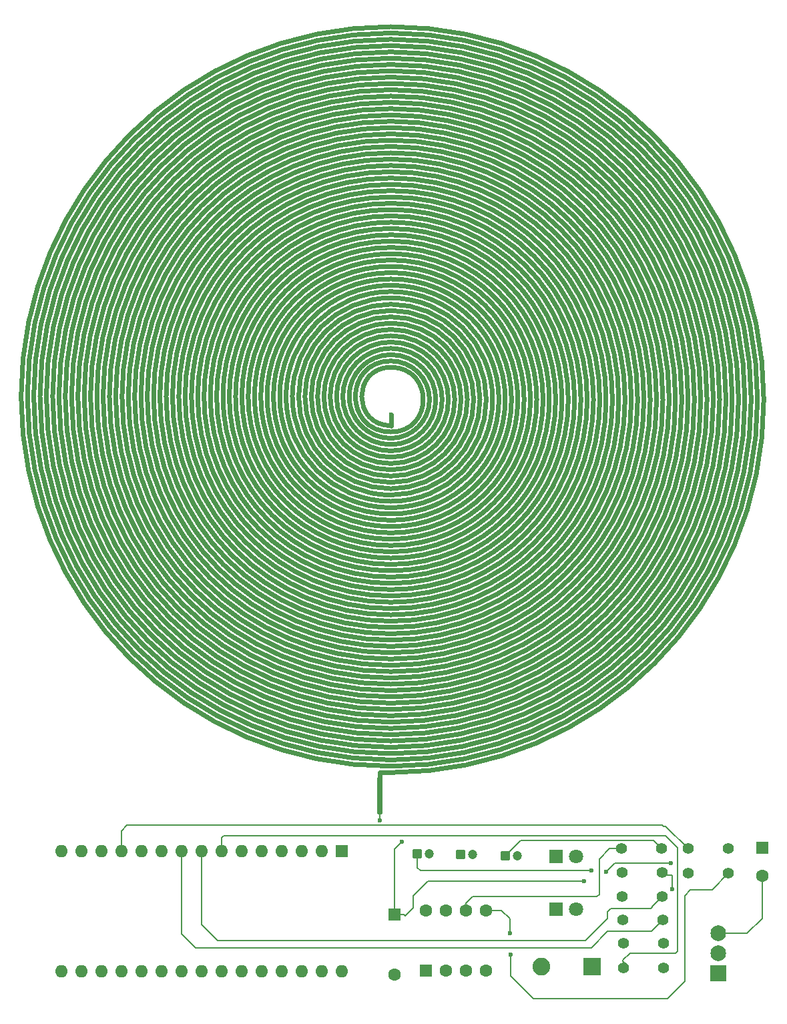
<source format=gbr>
%TF.GenerationSoftware,KiCad,Pcbnew,9.0.7*%
%TF.CreationDate,2026-01-18T12:08:03+01:00*%
%TF.ProjectId,Generator,47656e65-7261-4746-9f72-2e6b69636164,rev?*%
%TF.SameCoordinates,Original*%
%TF.FileFunction,Copper,L2,Bot*%
%TF.FilePolarity,Positive*%
%FSLAX46Y46*%
G04 Gerber Fmt 4.6, Leading zero omitted, Abs format (unit mm)*
G04 Created by KiCad (PCBNEW 9.0.7) date 2026-01-18 12:08:03*
%MOMM*%
%LPD*%
G01*
G04 APERTURE LIST*
G04 Aperture macros list*
%AMRoundRect*
0 Rectangle with rounded corners*
0 $1 Rounding radius*
0 $2 $3 $4 $5 $6 $7 $8 $9 X,Y pos of 4 corners*
0 Add a 4 corners polygon primitive as box body*
4,1,4,$2,$3,$4,$5,$6,$7,$8,$9,$2,$3,0*
0 Add four circle primitives for the rounded corners*
1,1,$1+$1,$2,$3*
1,1,$1+$1,$4,$5*
1,1,$1+$1,$6,$7*
1,1,$1+$1,$8,$9*
0 Add four rect primitives between the rounded corners*
20,1,$1+$1,$2,$3,$4,$5,0*
20,1,$1+$1,$4,$5,$6,$7,0*
20,1,$1+$1,$6,$7,$8,$9,0*
20,1,$1+$1,$8,$9,$2,$3,0*%
G04 Aperture macros list end*
%TA.AperFunction,EtchedComponent*%
%ADD10C,0.600000*%
%TD*%
%TA.AperFunction,ComponentPad*%
%ADD11C,0.600000*%
%TD*%
%TA.AperFunction,SMDPad,CuDef*%
%ADD12RoundRect,0.150000X-0.150000X2.250000X-0.150000X-2.250000X0.150000X-2.250000X0.150000X2.250000X0*%
%TD*%
%TA.AperFunction,ComponentPad*%
%ADD13RoundRect,0.250000X-0.550000X0.550000X-0.550000X-0.550000X0.550000X-0.550000X0.550000X0.550000X0*%
%TD*%
%TA.AperFunction,ComponentPad*%
%ADD14C,1.600000*%
%TD*%
%TA.AperFunction,ComponentPad*%
%ADD15R,1.600000X1.600000*%
%TD*%
%TA.AperFunction,ComponentPad*%
%ADD16O,1.600000X1.600000*%
%TD*%
%TA.AperFunction,ComponentPad*%
%ADD17C,1.400000*%
%TD*%
%TA.AperFunction,ComponentPad*%
%ADD18R,1.800000X1.800000*%
%TD*%
%TA.AperFunction,ComponentPad*%
%ADD19C,1.800000*%
%TD*%
%TA.AperFunction,ComponentPad*%
%ADD20RoundRect,0.250000X-0.350000X-0.350000X0.350000X-0.350000X0.350000X0.350000X-0.350000X0.350000X0*%
%TD*%
%TA.AperFunction,ComponentPad*%
%ADD21C,1.200000*%
%TD*%
%TA.AperFunction,ComponentPad*%
%ADD22RoundRect,0.250000X0.550000X-0.550000X0.550000X0.550000X-0.550000X0.550000X-0.550000X-0.550000X0*%
%TD*%
%TA.AperFunction,ComponentPad*%
%ADD23R,2.250000X2.250000*%
%TD*%
%TA.AperFunction,ComponentPad*%
%ADD24C,2.250000*%
%TD*%
%TA.AperFunction,ComponentPad*%
%ADD25R,1.995000X1.995000*%
%TD*%
%TA.AperFunction,ComponentPad*%
%ADD26C,1.995000*%
%TD*%
%TA.AperFunction,ViaPad*%
%ADD27C,0.600000*%
%TD*%
%TA.AperFunction,Conductor*%
%ADD28C,0.200000*%
%TD*%
G04 APERTURE END LIST*
D10*
%TO.C,L1*%
X98500000Y-128900000D02*
X98500000Y-130000000D01*
X99900000Y-84900000D02*
X99900000Y-83500000D01*
X99900000Y-128900000D02*
X98500000Y-128900000D01*
X99900000Y-34300000D02*
G75*
G02*
X99900000Y-128900000I0J-47300000D01*
G01*
X99900000Y-35100000D02*
G75*
G02*
X99900000Y-128100000I0J-46500000D01*
G01*
X99900000Y-35900000D02*
G75*
G02*
X99900000Y-127300000I0J-45700000D01*
G01*
X99900000Y-36700000D02*
G75*
G02*
X99900000Y-126500000I0J-44900000D01*
G01*
X99900000Y-37500000D02*
G75*
G02*
X99900000Y-125700000I0J-44100000D01*
G01*
X99900000Y-38300000D02*
G75*
G02*
X99900000Y-124900000I0J-43300000D01*
G01*
X99900000Y-39100000D02*
G75*
G02*
X99900000Y-124100000I0J-42500000D01*
G01*
X99900000Y-39900000D02*
G75*
G02*
X99900000Y-123300000I0J-41700000D01*
G01*
X99900000Y-40700000D02*
G75*
G02*
X99900000Y-122500000I0J-40900000D01*
G01*
X99900000Y-41500000D02*
G75*
G02*
X99900000Y-121700000I0J-40100000D01*
G01*
X99900000Y-42300000D02*
G75*
G02*
X99900000Y-120900000I0J-39300000D01*
G01*
X99900000Y-43100000D02*
G75*
G02*
X99900000Y-120100000I0J-38500000D01*
G01*
X99900000Y-43900000D02*
G75*
G02*
X99900000Y-119300000I0J-37700000D01*
G01*
X99900000Y-44700000D02*
G75*
G02*
X99900000Y-118500000I0J-36900000D01*
G01*
X99900000Y-45500000D02*
G75*
G02*
X99900000Y-117700000I0J-36100000D01*
G01*
X99900000Y-46300000D02*
G75*
G02*
X99900000Y-116900000I0J-35300000D01*
G01*
X99900000Y-47100000D02*
G75*
G02*
X99900000Y-116100000I0J-34500000D01*
G01*
X99900000Y-47900000D02*
G75*
G02*
X99900000Y-115300000I0J-33700000D01*
G01*
X99900000Y-48700000D02*
G75*
G02*
X99900000Y-114500000I0J-32900000D01*
G01*
X99900000Y-49500000D02*
G75*
G02*
X99900000Y-113700000I0J-32100000D01*
G01*
X99900000Y-50300000D02*
G75*
G02*
X99900000Y-112900000I0J-31300000D01*
G01*
X99900000Y-51100000D02*
G75*
G02*
X99900000Y-112100000I0J-30500000D01*
G01*
X99900000Y-51900000D02*
G75*
G02*
X99900000Y-111300000I0J-29700000D01*
G01*
X99900000Y-52700000D02*
G75*
G02*
X99900000Y-110500000I0J-28900000D01*
G01*
X99900000Y-53500000D02*
G75*
G02*
X99900000Y-109700000I0J-28100000D01*
G01*
X99900000Y-54300000D02*
G75*
G02*
X99900000Y-108900000I0J-27300000D01*
G01*
X99900000Y-55100000D02*
G75*
G02*
X99900000Y-108100000I0J-26500000D01*
G01*
X99900000Y-55900000D02*
G75*
G02*
X99900000Y-107300000I0J-25700000D01*
G01*
X99900000Y-56700000D02*
G75*
G02*
X99900000Y-106500000I0J-24900000D01*
G01*
X99900000Y-57500000D02*
G75*
G02*
X99900000Y-105700000I0J-24100000D01*
G01*
X99900000Y-58300000D02*
G75*
G02*
X99900000Y-104900000I0J-23300000D01*
G01*
X99900000Y-59100000D02*
G75*
G02*
X99900000Y-104100000I0J-22500000D01*
G01*
X99900000Y-59900000D02*
G75*
G02*
X99900000Y-103300000I0J-21700000D01*
G01*
X99900000Y-60700000D02*
G75*
G02*
X99900000Y-102500000I0J-20900000D01*
G01*
X99900000Y-61500000D02*
G75*
G02*
X99900000Y-101700000I0J-20100000D01*
G01*
X99900000Y-62300000D02*
G75*
G02*
X99900000Y-100900000I0J-19300000D01*
G01*
X99900000Y-63100000D02*
G75*
G02*
X99900000Y-100100000I0J-18500000D01*
G01*
X99900000Y-63900000D02*
G75*
G02*
X99900000Y-99300000I0J-17700000D01*
G01*
X99900000Y-64700000D02*
G75*
G02*
X99900000Y-98500000I0J-16900000D01*
G01*
X99900000Y-65500000D02*
G75*
G02*
X99900000Y-97700000I0J-16100000D01*
G01*
X99900000Y-66300000D02*
G75*
G02*
X99900000Y-96900000I0J-15300000D01*
G01*
X99900000Y-67100000D02*
G75*
G02*
X99900000Y-96100000I0J-14500000D01*
G01*
X99900000Y-67900000D02*
G75*
G02*
X99900000Y-95300000I0J-13700000D01*
G01*
X99900000Y-68700000D02*
G75*
G02*
X99900000Y-94500000I0J-12900000D01*
G01*
X99900000Y-69500000D02*
G75*
G02*
X99900000Y-93700000I0J-12100000D01*
G01*
X99900000Y-70300000D02*
G75*
G02*
X99900000Y-92900000I0J-11300000D01*
G01*
X99900000Y-71100000D02*
G75*
G02*
X99900000Y-92100000I0J-10500000D01*
G01*
X99900000Y-71900000D02*
G75*
G02*
X99900000Y-91300000I0J-9700000D01*
G01*
X99900000Y-72700000D02*
G75*
G02*
X99900000Y-90500000I0J-8900000D01*
G01*
X99900000Y-73500000D02*
G75*
G02*
X99900000Y-89700000I0J-8100000D01*
G01*
X99900000Y-74300000D02*
G75*
G02*
X99900000Y-88900000I0J-7300000D01*
G01*
X99900000Y-75100000D02*
G75*
G02*
X99900000Y-88100000I0J-6500000D01*
G01*
X99900000Y-75900000D02*
G75*
G02*
X99900000Y-87300000I0J-5700000D01*
G01*
X99900000Y-76700000D02*
G75*
G02*
X99900000Y-86500000I0J-4900000D01*
G01*
X99900000Y-77500000D02*
G75*
G02*
X99900000Y-85700000I0J-4100000D01*
G01*
X99900000Y-84900000D02*
G75*
G02*
X99900000Y-77500000I0J3700000D01*
G01*
X99900000Y-85700000D02*
G75*
G02*
X99900000Y-76700000I0J4500000D01*
G01*
X99900000Y-86500000D02*
G75*
G02*
X99900000Y-75900000I0J5300000D01*
G01*
X99900000Y-87300000D02*
G75*
G02*
X99900000Y-75100000I0J6100000D01*
G01*
X99900000Y-88100000D02*
G75*
G02*
X99900000Y-74300000I0J6900000D01*
G01*
X99900000Y-88900000D02*
G75*
G02*
X99900000Y-73500000I0J7700000D01*
G01*
X99900000Y-89700000D02*
G75*
G02*
X99900000Y-72700000I0J8500000D01*
G01*
X99900000Y-90500000D02*
G75*
G02*
X99900000Y-71900000I0J9300000D01*
G01*
X99900000Y-91300000D02*
G75*
G02*
X99900000Y-71100000I0J10100000D01*
G01*
X99900000Y-92100000D02*
G75*
G02*
X99900000Y-70300000I0J10900000D01*
G01*
X99900000Y-92900000D02*
G75*
G02*
X99900000Y-69500000I0J11700000D01*
G01*
X99900000Y-93700000D02*
G75*
G02*
X99900000Y-68700000I0J12500000D01*
G01*
X99900000Y-94500000D02*
G75*
G02*
X99900000Y-67900000I0J13300000D01*
G01*
X99900000Y-95300000D02*
G75*
G02*
X99900000Y-67100000I0J14100000D01*
G01*
X99900000Y-96100000D02*
G75*
G02*
X99900000Y-66300000I0J14900000D01*
G01*
X99900000Y-96900000D02*
G75*
G02*
X99900000Y-65500000I0J15700000D01*
G01*
X99900000Y-97700000D02*
G75*
G02*
X99900000Y-64700000I0J16500000D01*
G01*
X99900000Y-98500000D02*
G75*
G02*
X99900000Y-63900000I0J17300000D01*
G01*
X99900000Y-99300000D02*
G75*
G02*
X99900000Y-63100000I0J18100000D01*
G01*
X99900000Y-100100000D02*
G75*
G02*
X99900000Y-62300000I0J18900000D01*
G01*
X99900000Y-100900000D02*
G75*
G02*
X99900000Y-61500000I0J19700000D01*
G01*
X99900000Y-101700000D02*
G75*
G02*
X99900000Y-60700000I0J20500000D01*
G01*
X99900000Y-102500000D02*
G75*
G02*
X99900000Y-59900000I0J21300000D01*
G01*
X99900000Y-103300000D02*
G75*
G02*
X99900000Y-59100000I0J22100000D01*
G01*
X99900000Y-104100000D02*
G75*
G02*
X99900000Y-58300000I0J22900000D01*
G01*
X99900000Y-104900000D02*
G75*
G02*
X99900000Y-57500000I0J23700000D01*
G01*
X99900000Y-105700000D02*
G75*
G02*
X99900000Y-56700000I0J24500000D01*
G01*
X99900000Y-106500000D02*
G75*
G02*
X99900000Y-55900000I0J25300000D01*
G01*
X99900000Y-107300000D02*
G75*
G02*
X99900000Y-55100000I0J26100000D01*
G01*
X99900000Y-108100000D02*
G75*
G02*
X99900000Y-54300000I0J26900000D01*
G01*
X99900000Y-108900000D02*
G75*
G02*
X99900000Y-53500000I0J27700000D01*
G01*
X99900000Y-109700000D02*
G75*
G02*
X99900000Y-52700000I0J28500000D01*
G01*
X99900000Y-110500000D02*
G75*
G02*
X99900000Y-51900000I0J29300000D01*
G01*
X99900000Y-111300000D02*
G75*
G02*
X99900000Y-51100000I0J30100000D01*
G01*
X99900000Y-112100000D02*
G75*
G02*
X99900000Y-50300000I0J30900000D01*
G01*
X99900000Y-112900000D02*
G75*
G02*
X99900000Y-49500000I0J31700000D01*
G01*
X99900000Y-113700000D02*
G75*
G02*
X99900000Y-48700000I0J32500000D01*
G01*
X99900000Y-114500000D02*
G75*
G02*
X99900000Y-47900000I0J33300000D01*
G01*
X99900000Y-115300000D02*
G75*
G02*
X99900000Y-47100000I0J34100000D01*
G01*
X99900000Y-116100000D02*
G75*
G02*
X99900000Y-46300000I0J34900000D01*
G01*
X99900000Y-116900000D02*
G75*
G02*
X99900000Y-45500000I0J35700000D01*
G01*
X99900000Y-117700000D02*
G75*
G02*
X99900000Y-44700000I0J36500000D01*
G01*
X99900000Y-118500000D02*
G75*
G02*
X99900000Y-43900000I0J37300000D01*
G01*
X99900000Y-119300000D02*
G75*
G02*
X99900000Y-43100000I0J38100000D01*
G01*
X99900000Y-120100000D02*
G75*
G02*
X99900000Y-42300000I0J38900000D01*
G01*
X99900000Y-120900000D02*
G75*
G02*
X99900000Y-41500000I0J39700000D01*
G01*
X99900000Y-121700000D02*
G75*
G02*
X99900000Y-40700000I0J40500000D01*
G01*
X99900000Y-122500000D02*
G75*
G02*
X99900000Y-39900000I0J41300000D01*
G01*
X99900000Y-123300000D02*
G75*
G02*
X99900000Y-39100000I0J42100000D01*
G01*
X99900000Y-124100000D02*
G75*
G02*
X99900000Y-38300000I0J42900000D01*
G01*
X99900000Y-124900000D02*
G75*
G02*
X99900000Y-37500000I0J43700000D01*
G01*
X99900000Y-125700000D02*
G75*
G02*
X99900000Y-36700000I0J44500000D01*
G01*
X99900000Y-126500000D02*
G75*
G02*
X99900000Y-35900000I0J45300000D01*
G01*
X99900000Y-127300000D02*
G75*
G02*
X99900000Y-35100000I0J46100000D01*
G01*
X99900000Y-128100000D02*
G75*
G02*
X99900000Y-34300000I0J46900000D01*
G01*
%TD*%
D11*
%TO.P,L1,0*%
%TO.N,N/C*%
X99900000Y-83500000D03*
D12*
%TO.P,L1,2,2*%
%TO.N,+5V*%
X98500000Y-131800000D03*
%TD*%
D13*
%TO.P,J1,1,Pin_1*%
%TO.N,+5V*%
X147000000Y-138400000D03*
D14*
%TO.P,J1,2,Pin_2*%
%TO.N,GND*%
X147000000Y-142000000D03*
%TD*%
D15*
%TO.P,A1,1,D1/TX*%
%TO.N,unconnected-(A1-D1{slash}TX-Pad1)*%
X93680000Y-138900000D03*
D16*
%TO.P,A1,2,D0/RX*%
%TO.N,unconnected-(A1-D0{slash}RX-Pad2)*%
X91140000Y-138900000D03*
%TO.P,A1,3,~{RESET}*%
%TO.N,unconnected-(A1-~{RESET}-Pad3)*%
X88600000Y-138900000D03*
%TO.P,A1,4,GND*%
%TO.N,unconnected-(A1-GND-Pad4)*%
X86060000Y-138900000D03*
%TO.P,A1,5,D2*%
%TO.N,unconnected-(A1-D2-Pad5)*%
X83520000Y-138900000D03*
%TO.P,A1,6,D3*%
%TO.N,unconnected-(A1-D3-Pad6)*%
X80980000Y-138900000D03*
%TO.P,A1,7,D4*%
%TO.N,Net-(A1-D4)*%
X78440000Y-138900000D03*
%TO.P,A1,8,D5*%
%TO.N,Net-(A1-D5)*%
X75900000Y-138900000D03*
%TO.P,A1,9,D6*%
%TO.N,Net-(A1-D6)*%
X73360000Y-138900000D03*
%TO.P,A1,10,D7*%
%TO.N,unconnected-(A1-D7-Pad10)*%
X70820000Y-138900000D03*
%TO.P,A1,11,D8*%
%TO.N,unconnected-(A1-D8-Pad11)*%
X68280000Y-138900000D03*
%TO.P,A1,12,D9*%
%TO.N,Net-(A1-D9)*%
X65740000Y-138900000D03*
%TO.P,A1,13,D10*%
%TO.N,unconnected-(A1-D10-Pad13)*%
X63200000Y-138900000D03*
%TO.P,A1,14,D11*%
%TO.N,unconnected-(A1-D11-Pad14)*%
X60660000Y-138900000D03*
%TO.P,A1,15,D12*%
%TO.N,unconnected-(A1-D12-Pad15)*%
X58120000Y-138900000D03*
%TO.P,A1,16,D13*%
%TO.N,unconnected-(A1-D13-Pad16)*%
X58120000Y-154140000D03*
%TO.P,A1,17,3V3*%
%TO.N,unconnected-(A1-3V3-Pad17)*%
X60660000Y-154140000D03*
%TO.P,A1,18,AREF*%
%TO.N,unconnected-(A1-AREF-Pad18)*%
X63200000Y-154140000D03*
%TO.P,A1,19,A0*%
%TO.N,unconnected-(A1-A0-Pad19)*%
X65740000Y-154140000D03*
%TO.P,A1,20,A1*%
%TO.N,unconnected-(A1-A1-Pad20)*%
X68280000Y-154140000D03*
%TO.P,A1,21,A2*%
%TO.N,unconnected-(A1-A2-Pad21)*%
X70820000Y-154140000D03*
%TO.P,A1,22,A3*%
%TO.N,unconnected-(A1-A3-Pad22)*%
X73360000Y-154140000D03*
%TO.P,A1,23,A4*%
%TO.N,unconnected-(A1-A4-Pad23)*%
X75900000Y-154140000D03*
%TO.P,A1,24,A5*%
%TO.N,unconnected-(A1-A5-Pad24)*%
X78440000Y-154140000D03*
%TO.P,A1,25,A6*%
%TO.N,unconnected-(A1-A6-Pad25)*%
X80980000Y-154140000D03*
%TO.P,A1,26,A7*%
%TO.N,unconnected-(A1-A7-Pad26)*%
X83520000Y-154140000D03*
%TO.P,A1,27,+5V*%
%TO.N,+5V*%
X86060000Y-154140000D03*
%TO.P,A1,28,~{RESET}*%
%TO.N,unconnected-(A1-~{RESET}-Pad28)*%
X88600000Y-154140000D03*
%TO.P,A1,29,GND*%
%TO.N,GND*%
X91140000Y-154140000D03*
%TO.P,A1,30,VIN*%
%TO.N,unconnected-(A1-VIN-Pad30)*%
X93680000Y-154140000D03*
%TD*%
D17*
%TO.P,R2,1*%
%TO.N,Net-(Q1-Pad2)*%
X134300000Y-141600000D03*
%TO.P,R2,2*%
%TO.N,Net-(D3-A)*%
X129220000Y-141600000D03*
%TD*%
D18*
%TO.P,D2,1,K*%
%TO.N,GND*%
X120810000Y-146250000D03*
D19*
%TO.P,D2,2,A*%
%TO.N,Net-(D2-A)*%
X123350000Y-146250000D03*
%TD*%
D17*
%TO.P,R5,1*%
%TO.N,Net-(D2-A)*%
X129320000Y-147600000D03*
%TO.P,R5,2*%
%TO.N,Net-(A1-D6)*%
X134400000Y-147600000D03*
%TD*%
%TO.P,R8,1*%
%TO.N,Net-(R8-Pad1)*%
X134490000Y-153650000D03*
%TO.P,R8,2*%
%TO.N,Net-(A1-D4)*%
X129410000Y-153650000D03*
%TD*%
%TO.P,R3,1*%
%TO.N,Net-(U1B-+)*%
X142700000Y-141700000D03*
%TO.P,R3,2*%
%TO.N,Net-(C3-Pad1)*%
X137620000Y-141700000D03*
%TD*%
D20*
%TO.P,C1,1*%
%TO.N,Net-(C1-Pad1)*%
X114450000Y-139450000D03*
D21*
%TO.P,C1,2*%
%TO.N,GND*%
X115950000Y-139450000D03*
%TD*%
D17*
%TO.P,R6,1*%
%TO.N,GND*%
X134450000Y-150550000D03*
%TO.P,R6,2*%
%TO.N,Net-(A1-D4)*%
X129370000Y-150550000D03*
%TD*%
%TO.P,R7,1*%
%TO.N,Net-(C3-Pad1)*%
X142700000Y-138550000D03*
%TO.P,R7,2*%
%TO.N,Net-(A1-D9)*%
X137620000Y-138550000D03*
%TD*%
D18*
%TO.P,D1,1,K*%
%TO.N,GND*%
X120810000Y-139500000D03*
D19*
%TO.P,D1,2,A*%
%TO.N,Net-(D1-A)*%
X123350000Y-139500000D03*
%TD*%
D22*
%TO.P,U1,1*%
%TO.N,unconnected-(U1-Pad1)*%
X104330000Y-154000000D03*
D14*
%TO.P,U1,2,-*%
%TO.N,unconnected-(U1A---Pad2)*%
X106870000Y-154000000D03*
%TO.P,U1,3,+*%
%TO.N,unconnected-(U1A-+-Pad3)*%
X109410000Y-154000000D03*
%TO.P,U1,4,V-*%
%TO.N,GND*%
X111950000Y-154000000D03*
%TO.P,U1,5,+*%
%TO.N,Net-(U1B-+)*%
X111950000Y-146380000D03*
%TO.P,U1,6,-*%
%TO.N,Net-(U1B--)*%
X109410000Y-146380000D03*
%TO.P,U1,7*%
X106870000Y-146380000D03*
%TO.P,U1,8,V+*%
%TO.N,+5V*%
X104330000Y-146380000D03*
%TD*%
D20*
%TO.P,C3,1*%
%TO.N,Net-(C3-Pad1)*%
X103250000Y-139200000D03*
D21*
%TO.P,C3,2*%
%TO.N,GND*%
X104750000Y-139200000D03*
%TD*%
D17*
%TO.P,R4,1*%
%TO.N,Net-(D1-A)*%
X129220000Y-144600000D03*
%TO.P,R4,2*%
%TO.N,Net-(A1-D5)*%
X134300000Y-144600000D03*
%TD*%
D23*
%TO.P,SW1,1,1*%
%TO.N,Net-(R8-Pad1)*%
X125450000Y-153500000D03*
D24*
%TO.P,SW1,2,2*%
%TO.N,+5V*%
X118950000Y-153500000D03*
%TD*%
D25*
%TO.P,Q1,1*%
%TO.N,Net-(C1-Pad1)*%
X141450000Y-154380000D03*
D26*
%TO.P,Q1,2*%
%TO.N,Net-(Q1-Pad2)*%
X141450000Y-151840000D03*
%TO.P,Q1,3*%
%TO.N,GND*%
X141450000Y-149300000D03*
%TD*%
D17*
%TO.P,R1,1*%
%TO.N,Net-(C1-Pad1)*%
X134240000Y-138550000D03*
%TO.P,R1,2*%
%TO.N,Net-(U1B--)*%
X129160000Y-138550000D03*
%TD*%
D20*
%TO.P,C2,1*%
%TO.N,Net-(U1B-+)*%
X108750000Y-139300000D03*
D21*
%TO.P,C2,2*%
%TO.N,GND*%
X110250000Y-139300000D03*
%TD*%
D13*
%TO.P,D3,1,A*%
%TO.N,Net-(D3-A)*%
X100350000Y-146930000D03*
D14*
%TO.P,D3,2,K*%
%TO.N,+5V*%
X100350000Y-154550000D03*
%TD*%
D27*
%TO.N,+5V*%
X98500000Y-134950000D03*
%TO.N,Net-(U1B-+)*%
X115050000Y-151950000D03*
X115000000Y-149250000D03*
%TO.N,Net-(C3-Pad1)*%
X127200000Y-141450000D03*
X125350000Y-141350000D03*
X135400000Y-140350000D03*
%TO.N,Net-(D3-A)*%
X101300000Y-137650000D03*
X124400000Y-142650000D03*
%TO.N,Net-(Q1-Pad2)*%
X135600000Y-143650000D03*
%TD*%
D28*
%TO.N,GND*%
X145100000Y-149300000D02*
X141450000Y-149300000D01*
X147000000Y-142000000D02*
X147000000Y-147400000D01*
X147000000Y-147400000D02*
X145100000Y-149300000D01*
%TO.N,+5V*%
X98500000Y-134950000D02*
X98500000Y-131900000D01*
%TO.N,Net-(A1-D6)*%
X75150000Y-151150000D02*
X125300000Y-151150000D01*
X73360000Y-149360000D02*
X75150000Y-151150000D01*
X132950000Y-149050000D02*
X134400000Y-147600000D01*
X73360000Y-138900000D02*
X73360000Y-149360000D01*
X125300000Y-151150000D02*
X127400000Y-149050000D01*
X127400000Y-149050000D02*
X132950000Y-149050000D01*
%TO.N,Net-(A1-D4)*%
X78440000Y-138900000D02*
X78440000Y-137160000D01*
X129700000Y-153200000D02*
X129700000Y-153360000D01*
X130250000Y-151800000D02*
X129350000Y-152700000D01*
X136250000Y-138450000D02*
X136250000Y-151550000D01*
X136000000Y-151800000D02*
X130250000Y-151800000D01*
X134700000Y-136900000D02*
X136250000Y-138450000D01*
X129350000Y-152850000D02*
X129700000Y-153200000D01*
X136250000Y-151550000D02*
X136000000Y-151800000D01*
X129350000Y-152700000D02*
X129350000Y-152850000D01*
X129700000Y-153360000D02*
X129410000Y-153650000D01*
X78700000Y-136900000D02*
X134700000Y-136900000D01*
X78440000Y-137160000D02*
X78700000Y-136900000D01*
%TO.N,Net-(A1-D9)*%
X134450000Y-135700000D02*
X134770000Y-135700000D01*
X65740000Y-138900000D02*
X65740000Y-136310000D01*
X66450000Y-135600000D02*
X134350000Y-135600000D01*
X134770000Y-135700000D02*
X137620000Y-138550000D01*
X134350000Y-135600000D02*
X134450000Y-135700000D01*
X65740000Y-136310000D02*
X66450000Y-135600000D01*
%TO.N,Net-(A1-D5)*%
X132850000Y-146150000D02*
X133000000Y-146000000D01*
X127750000Y-146150000D02*
X132850000Y-146150000D01*
X133000000Y-146000000D02*
X133000000Y-145900000D01*
X77900000Y-150200000D02*
X124550000Y-150200000D01*
X133000000Y-145900000D02*
X134300000Y-144600000D01*
X127350000Y-146550000D02*
X127750000Y-146150000D01*
X124550000Y-150200000D02*
X127350000Y-147400000D01*
X75900000Y-148200000D02*
X77900000Y-150200000D01*
X75900000Y-138900000D02*
X75900000Y-148200000D01*
X127350000Y-147400000D02*
X127350000Y-146550000D01*
%TO.N,Net-(C1-Pad1)*%
X114450000Y-139450000D02*
X116351000Y-137549000D01*
X116351000Y-137549000D02*
X133239000Y-137549000D01*
X133239000Y-137549000D02*
X134240000Y-138550000D01*
%TO.N,Net-(U1B-+)*%
X115000000Y-147450000D02*
X113930000Y-146380000D01*
X137150000Y-155400000D02*
X134950000Y-157600000D01*
X134950000Y-157600000D02*
X118050000Y-157600000D01*
X137150000Y-144850000D02*
X137150000Y-155400000D01*
X115050000Y-154700000D02*
X115050000Y-151950000D01*
X118050000Y-157600000D02*
X117950000Y-157600000D01*
X115900000Y-155550000D02*
X115050000Y-154700000D01*
X137150000Y-144500000D02*
X137150000Y-144850000D01*
X140650000Y-143750000D02*
X137900000Y-143750000D01*
X113930000Y-146380000D02*
X111950000Y-146380000D01*
X117950000Y-157600000D02*
X115900000Y-155550000D01*
X115000000Y-149250000D02*
X115000000Y-147450000D01*
X137900000Y-143750000D02*
X137150000Y-144500000D01*
X142700000Y-141700000D02*
X140650000Y-143750000D01*
%TO.N,Net-(C3-Pad1)*%
X128300000Y-140350000D02*
X135400000Y-140350000D01*
X127200000Y-141450000D02*
X128300000Y-140350000D01*
X103250000Y-140950000D02*
X103650000Y-141350000D01*
X103650000Y-141350000D02*
X125350000Y-141350000D01*
X103250000Y-139200000D02*
X103250000Y-140950000D01*
%TO.N,Net-(D3-A)*%
X104600000Y-142650000D02*
X102750000Y-144500000D01*
X101580000Y-146930000D02*
X100350000Y-146930000D01*
X102750000Y-144500000D02*
X102750000Y-146100000D01*
X102750000Y-146100000D02*
X101750000Y-147100000D01*
X101750000Y-147100000D02*
X101580000Y-146930000D01*
X100350000Y-138600000D02*
X101300000Y-137650000D01*
X100350000Y-146930000D02*
X100350000Y-138600000D01*
X124400000Y-142650000D02*
X104600000Y-142650000D01*
%TO.N,Net-(Q1-Pad2)*%
X134650000Y-141950000D02*
X134300000Y-141600000D01*
X135600000Y-143650000D02*
X135600000Y-141950000D01*
X135600000Y-141950000D02*
X134650000Y-141950000D01*
%TO.N,Net-(U1B--)*%
X126050000Y-144650000D02*
X110250000Y-144650000D01*
X129160000Y-138550000D02*
X127650000Y-138550000D01*
X126350000Y-139850000D02*
X126350000Y-144350000D01*
X109410000Y-145490000D02*
X109410000Y-146380000D01*
X127650000Y-138550000D02*
X126350000Y-139850000D01*
X110250000Y-144650000D02*
X109410000Y-145490000D01*
X126350000Y-144350000D02*
X126050000Y-144650000D01*
%TD*%
M02*

</source>
